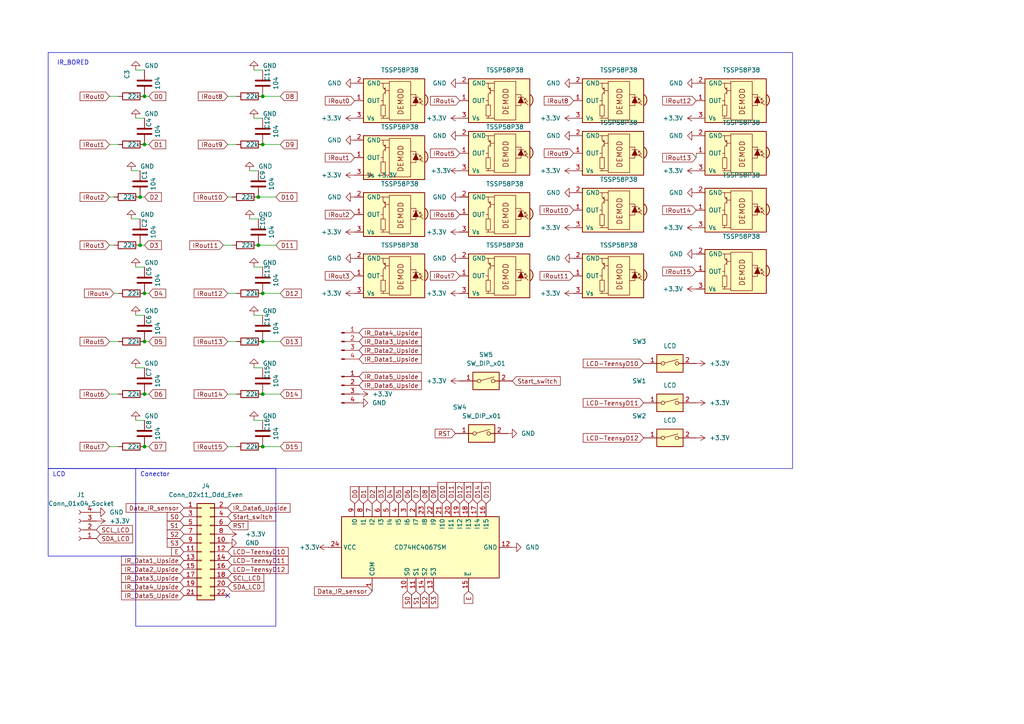
<source format=kicad_sch>
(kicad_sch (version 20230121) (generator eeschema)
  (paper "A4")
  (lib_symbols
    (symbol "74xx:CD74HC4067SM"
      (property "Reference" "U" (at -8.89 22.86 0))
      (property "Value" "CD74HC4067SM" (at 1.27 22.86 0))
      (symbol "CD74HC4067SM_0_1"
        (rectangle (start -8.89 21.59) (end 8.89 -24.13) (stroke (width 0.254)) (fill (type background)))
      )
      (symbol "CD74HC4067SM_1_1"
        (pin passive line (at -12.7 12.7 0) (length 3.81) (name "COM") (number "1"))
        (pin input line (at -12.7 2.54 0) (length 3.81) (name "S0") (number "10"))
        (pin input line (at -12.7 0 0) (length 3.81) (name "S1") (number "11"))
        (pin power_in line (at 0 -27.94 90) (length 3.81) (name "GND") (number "12"))
        (pin input line (at -12.7 -5.08 0) (length 3.81) (name "S3") (number "13"))
        (pin input line (at -12.7 -2.54 0) (length 3.81) (name "S2") (number "14"))
        (pin input line (at -12.7 -15.24 0) (length 3.81) (name "~{E}") (number "15"))
        (pin passive line (at 12.7 -20.32 180) (length 3.81) (name "I15") (number "16"))
        (pin passive line (at 12.7 -17.78 180) (length 3.81) (name "I14") (number "17"))
        (pin passive line (at 12.7 -15.24 180) (length 3.81) (name "I13") (number "18"))
        (pin passive line (at 12.7 -12.7 180) (length 3.81) (name "I12") (number "19"))
        (pin passive line (at 12.7 0 180) (length 3.81) (name "I7") (number "2"))
        (pin passive line (at 12.7 -10.16 180) (length 3.81) (name "I11") (number "20"))
        (pin passive line (at 12.7 -7.62 180) (length 3.81) (name "I10") (number "21"))
        (pin passive line (at 12.7 -5.08 180) (length 3.81) (name "I9") (number "22"))
        (pin passive line (at 12.7 -2.54 180) (length 3.81) (name "I8") (number "23"))
        (pin power_in line (at 0 25.4 270) (length 3.81) (name "VCC") (number "24"))
        (pin passive line (at 12.7 2.54 180) (length 3.81) (name "I6") (number "3"))
        (pin passive line (at 12.7 5.08 180) (length 3.81) (name "I5") (number "4"))
        (pin passive line (at 12.7 7.62 180) (length 3.81) (name "I4") (number "5"))
        (pin passive line (at 12.7 10.16 180) (length 3.81) (name "I3") (number "6"))
        (pin passive line (at 12.7 12.7 180) (length 3.81) (name "I2") (number "7"))
        (pin passive line (at 12.7 15.24 180) (length 3.81) (name "I1") (number "8"))
        (pin passive line (at 12.7 17.78 180) (length 3.81) (name "I0") (number "9"))
      )
    )
    (symbol "Connector:Conn_01x04_Pin" (pin_names (offset 1.016) hide)
      (property "Reference" "J" (at 0 5.08 0))
      (property "Value" "Conn_01x04_Pin" (at 0 -7.62 0))
      (symbol "Conn_01x04_Pin_1_1"
        (polyline (pts (xy 1.27 -5.08) (xy 0.8636 -5.08)) (stroke (width 0.1524)))
        (polyline (pts (xy 1.27 -2.54) (xy 0.8636 -2.54)) (stroke (width 0.1524)))
        (polyline (pts (xy 1.27 0) (xy 0.8636 0)) (stroke (width 0.1524)))
        (polyline (pts (xy 1.27 2.54) (xy 0.8636 2.54)) (stroke (width 0.1524)))
        (rectangle (start 0.8636 -4.953) (end 0 -5.207) (stroke (width 0.1524)) (fill (type outline)))
        (rectangle (start 0.8636 -2.413) (end 0 -2.667) (stroke (width 0.1524)) (fill (type outline)))
        (rectangle (start 0.8636 0.127) (end 0 -0.127) (stroke (width 0.1524)) (fill (type outline)))
        (rectangle (start 0.8636 2.667) (end 0 2.413) (stroke (width 0.1524)) (fill (type outline)))
        (pin passive line (at 5.08 2.54 180) (length 3.81) (name "Pin_1") (number "1"))
        (pin passive line (at 5.08 0 180) (length 3.81) (name "Pin_2") (number "2"))
        (pin passive line (at 5.08 -2.54 180) (length 3.81) (name "Pin_3") (number "3"))
        (pin passive line (at 5.08 -5.08 180) (length 3.81) (name "Pin_4") (number "4"))
      )
    )
    (symbol "Connector:Conn_01x04_Socket" (pin_names (offset 1.016) hide)
      (property "Reference" "J" (at 0 5.08 0))
      (property "Value" "Conn_01x04_Socket" (at 0 -7.62 0))
      (symbol "Conn_01x04_Socket_1_1"
        (arc (start 0 -4.572) (mid -0.5058 -5.08) (end 0 -5.588) (stroke (width 0.1524)))
        (arc (start 0 -2.032) (mid -0.5058 -2.54) (end 0 -3.048) (stroke (width 0.1524)))
        (polyline (pts (xy -1.27 -5.08) (xy -0.508 -5.08)) (stroke (width 0.1524)))
        (polyline (pts (xy -1.27 -2.54) (xy -0.508 -2.54)) (stroke (width 0.1524)))
        (polyline (pts (xy -1.27 0) (xy -0.508 0)) (stroke (width 0.1524)))
        (polyline (pts (xy -1.27 2.54) (xy -0.508 2.54)) (stroke (width 0.1524)))
        (arc (start 0 0.508) (mid -0.5058 0) (end 0 -0.508) (stroke (width 0.1524)))
        (arc (start 0 3.048) (mid -0.5058 2.54) (end 0 2.032) (stroke (width 0.1524)))
        (pin passive line (at -5.08 2.54 0) (length 3.81) (name "Pin_1") (number "1"))
        (pin passive line (at -5.08 0 0) (length 3.81) (name "Pin_2") (number "2"))
        (pin passive line (at -5.08 -2.54 0) (length 3.81) (name "Pin_3") (number "3"))
        (pin passive line (at -5.08 -5.08 0) (length 3.81) (name "Pin_4") (number "4"))
      )
    )
    (symbol "Connector_Generic:Conn_02x11_Odd_Even" (pin_names (offset 1.016) hide)
      (property "Reference" "J" (at 1.27 15.24 0))
      (property "Value" "Conn_02x11_Odd_Even" (at 1.27 -15.24 0))
      (symbol "Conn_02x11_Odd_Even_1_1"
        (rectangle (start -1.27 -12.573) (end 0 -12.827) (stroke (width 0.1524)))
        (rectangle (start -1.27 -10.033) (end 0 -10.287) (stroke (width 0.1524)))
        (rectangle (start -1.27 -7.493) (end 0 -7.747) (stroke (width 0.1524)))
        (rectangle (start -1.27 -4.953) (end 0 -5.207) (stroke (width 0.1524)))
        (rectangle (start -1.27 -2.413) (end 0 -2.667) (stroke (width 0.1524)))
        (rectangle (start -1.27 0.127) (end 0 -0.127) (stroke (width 0.1524)))
        (rectangle (start -1.27 2.667) (end 0 2.413) (stroke (width 0.1524)))
        (rectangle (start -1.27 5.207) (end 0 4.953) (stroke (width 0.1524)))
        (rectangle (start -1.27 7.747) (end 0 7.493) (stroke (width 0.1524)))
        (rectangle (start -1.27 10.287) (end 0 10.033) (stroke (width 0.1524)))
        (rectangle (start -1.27 12.827) (end 0 12.573) (stroke (width 0.1524)))
        (rectangle (start -1.27 13.97) (end 3.81 -13.97) (stroke (width 0.254)) (fill (type background)))
        (rectangle (start 3.81 -12.573) (end 2.54 -12.827) (stroke (width 0.1524)))
        (rectangle (start 3.81 -10.033) (end 2.54 -10.287) (stroke (width 0.1524)))
        (rectangle (start 3.81 -7.493) (end 2.54 -7.747) (stroke (width 0.1524)))
        (rectangle (start 3.81 -4.953) (end 2.54 -5.207) (stroke (width 0.1524)))
        (rectangle (start 3.81 -2.413) (end 2.54 -2.667) (stroke (width 0.1524)))
        (rectangle (start 3.81 0.127) (end 2.54 -0.127) (stroke (width 0.1524)))
        (rectangle (start 3.81 2.667) (end 2.54 2.413) (stroke (width 0.1524)))
        (rectangle (start 3.81 5.207) (end 2.54 4.953) (stroke (width 0.1524)))
        (rectangle (start 3.81 7.747) (end 2.54 7.493) (stroke (width 0.1524)))
        (rectangle (start 3.81 10.287) (end 2.54 10.033) (stroke (width 0.1524)))
        (rectangle (start 3.81 12.827) (end 2.54 12.573) (stroke (width 0.1524)))
        (pin passive line (at -5.08 12.7 0) (length 3.81) (name "Pin_1") (number "1"))
        (pin passive line (at 7.62 2.54 180) (length 3.81) (name "Pin_10") (number "10"))
        (pin passive line (at -5.08 0 0) (length 3.81) (name "Pin_11") (number "11"))
        (pin passive line (at 7.62 0 180) (length 3.81) (name "Pin_12") (number "12"))
        (pin passive line (at -5.08 -2.54 0) (length 3.81) (name "Pin_13") (number "13"))
        (pin passive line (at 7.62 -2.54 180) (length 3.81) (name "Pin_14") (number "14"))
        (pin passive line (at -5.08 -5.08 0) (length 3.81) (name "Pin_15") (number "15"))
        (pin passive line (at 7.62 -5.08 180) (length 3.81) (name "Pin_16") (number "16"))
        (pin passive line (at -5.08 -7.62 0) (length 3.81) (name "Pin_17") (number "17"))
        (pin passive line (at 7.62 -7.62 180) (length 3.81) (name "Pin_18") (number "18"))
        (pin passive line (at -5.08 -10.16 0) (length 3.81) (name "Pin_19") (number "19"))
        (pin passive line (at 7.62 12.7 180) (length 3.81) (name "Pin_2") (number "2"))
        (pin passive line (at 7.62 -10.16 180) (length 3.81) (name "Pin_20") (number "20"))
        (pin passive line (at -5.08 -12.7 0) (length 3.81) (name "Pin_21") (number "21"))
        (pin passive line (at 7.62 -12.7 180) (length 3.81) (name "Pin_22") (number "22"))
        (pin passive line (at -5.08 10.16 0) (length 3.81) (name "Pin_3") (number "3"))
        (pin passive line (at 7.62 10.16 180) (length 3.81) (name "Pin_4") (number "4"))
        (pin passive line (at -5.08 7.62 0) (length 3.81) (name "Pin_5") (number "5"))
        (pin passive line (at 7.62 7.62 180) (length 3.81) (name "Pin_6") (number "6"))
        (pin passive line (at -5.08 5.08 0) (length 3.81) (name "Pin_7") (number "7"))
        (pin passive line (at 7.62 5.08 180) (length 3.81) (name "Pin_8") (number "8"))
        (pin passive line (at -5.08 2.54 0) (length 3.81) (name "Pin_9") (number "9"))
      )
    )
    (symbol "Device:C" (pin_numbers hide) (pin_names (offset 0.254))
      (property "Reference" "C" (at 0.635 2.54 0))
      (property "Value" "C" (at 0.635 -2.54 0))
      (symbol "C_0_1"
        (polyline (pts (xy -2.032 -0.762) (xy 2.032 -0.762)) (stroke (width 0.508)))
        (polyline (pts (xy -2.032 0.762) (xy 2.032 0.762)) (stroke (width 0.508)))
      )
      (symbol "C_1_1"
        (pin passive line (at 0 3.81 270) (length 2.794) (name "~") (number "1"))
        (pin passive line (at 0 -3.81 90) (length 2.794) (name "~") (number "2"))
      )
    )
    (symbol "Device:R" (pin_numbers hide) (pin_names (offset 0))
      (property "Reference" "R" (at 2.032 0 90))
      (property "Value" "R" (at 0 0 90))
      (symbol "R_0_1"
        (rectangle (start -1.016 -2.54) (end 1.016 2.54) (stroke (width 0.254)))
      )
      (symbol "R_1_1"
        (pin passive line (at 0 3.81 270) (length 1.27) (name "~") (number "1"))
        (pin passive line (at 0 -3.81 90) (length 1.27) (name "~") (number "2"))
      )
    )
    (symbol "Sensor_Proximity:TSSP58P38" (pin_names (offset 1.016))
      (property "Reference" "U" (at -10.16 7.62 0))
      (property "Value" "TSSP58P38" (at -10.16 -7.62 0))
      (symbol "TSSP58P38_0_0"
        (arc (start -10.287 1.397) (mid -11.0899 -0.1852) (end -10.287 -1.778) (stroke (width 0.254)) (fill (type background)))
        (polyline (pts (xy 1.905 -5.08) (xy 0.127 -5.08)))
        (polyline (pts (xy 1.905 5.08) (xy 0.127 5.08)))
        (text "DEMOD" (at -3.175 0.254 900) (effects (font (size 1.524 1.524))))
      )
      (symbol "TSSP58P38_0_1"
        (rectangle (start -6.096 5.588) (end 0.127 -5.588))
        (polyline (pts (xy -8.763 0.381) (xy -9.652 1.27)))
        (polyline (pts (xy -8.763 0.381) (xy -9.271 0.381)))
        (polyline (pts (xy -8.763 0.381) (xy -8.763 0.889)))
        (polyline (pts (xy -8.636 -0.635) (xy -9.525 0.254)))
        (polyline (pts (xy -8.636 -0.635) (xy -9.144 -0.635)))
        (polyline (pts (xy -8.636 -0.635) (xy -8.636 -0.127)))
        (polyline (pts (xy -8.382 -1.016) (xy -6.731 -1.016)))
        (polyline (pts (xy 1.27 -2.921) (xy 0.127 -2.921)))
        (polyline (pts (xy 1.27 -1.905) (xy 1.27 -3.81)))
        (polyline (pts (xy 1.397 -3.556) (xy 1.524 -3.556)))
        (polyline (pts (xy 1.651 -3.556) (xy 1.524 -3.556)))
        (polyline (pts (xy 1.651 -3.556) (xy 1.651 -3.302)))
        (polyline (pts (xy 1.905 0) (xy 1.905 1.27)))
        (polyline (pts (xy 1.905 4.445) (xy 1.905 5.08) (xy 2.54 5.08)))
        (polyline (pts (xy -8.382 0.635) (xy -6.731 0.635) (xy -7.62 -1.016) (xy -8.382 0.635)) (fill (type outline)))
        (polyline (pts (xy -6.096 1.397) (xy -7.62 1.397) (xy -7.62 -1.778) (xy -6.096 -1.778)))
        (polyline (pts (xy 1.27 -3.175) (xy 1.905 -3.81) (xy 1.905 -5.08) (xy 2.54 -5.08)))
        (polyline (pts (xy 1.27 -2.54) (xy 1.905 -1.905) (xy 1.905 0) (xy 2.54 0)))
        (rectangle (start 2.54 1.27) (end 1.27 4.445))
        (rectangle (start 7.62 6.35) (end -10.16 -6.35) (stroke (width 0.254)) (fill (type background)))
      )
      (symbol "TSSP58P38_1_1"
        (pin output line (at 10.16 0 180) (length 2.54) (name "OUT") (number "1"))
        (pin power_in line (at 10.16 -5.08 180) (length 2.54) (name "GND") (number "2"))
        (pin power_in line (at 10.16 5.08 180) (length 2.54) (name "Vs") (number "3"))
      )
    )
    (symbol "Switch:SW_DIP_x01" (pin_names (offset 0) hide)
      (property "Reference" "SW" (at 0 3.81 0))
      (property "Value" "SW_DIP_x01" (at 0 -3.81 0))
      (symbol "SW_DIP_x01_0_0"
        (circle (center -2.032 0) (radius 0.508))
        (polyline (pts (xy -1.524 0.127) (xy 2.3622 1.1684)))
        (circle (center 2.032 0) (radius 0.508))
      )
      (symbol "SW_DIP_x01_0_1"
        (rectangle (start -3.81 2.54) (end 3.81 -2.54) (stroke (width 0.254)) (fill (type background)))
      )
      (symbol "SW_DIP_x01_1_1"
        (pin passive line (at -7.62 0 0) (length 5.08) (name "~") (number "1"))
        (pin passive line (at 7.62 0 180) (length 5.08) (name "~") (number "2"))
      )
    )
    (symbol "power:+3.3V" (power) (pin_names (offset 0))
      (property "Value" "+3.3V" (at 0 3.556 0))
      (symbol "+3.3V_0_1"
        (polyline (pts (xy -0.762 1.27) (xy 0 2.54)))
        (polyline (pts (xy 0 0) (xy 0 2.54)))
        (polyline (pts (xy 0 2.54) (xy 0.762 1.27)))
      )
      (symbol "+3.3V_1_1"
        (pin power_in line (at 0 0 90) (length 0) hide (name "+3.3V") (number "1"))
      )
    )
    (symbol "power:GND" (power) (pin_names (offset 0))
      (property "Value" "GND" (at 0 -3.81 0))
      (symbol "GND_0_1"
        (polyline (pts (xy 0 0) (xy 0 -1.27) (xy 1.27 -1.27) (xy 0 -2.54) (xy -1.27 -1.27) (xy 0 -1.27)))
      )
      (symbol "GND_1_1"
        (pin power_in line (at 0 0 270) (length 0) hide (name "GND") (number "1"))
      )
    )
  )
  (junction (at 41.91 27.94))
  (junction (at 41.91 99.06))
  (junction (at 76.2 99.06))
  (junction (at 41.91 85.09))
  (junction (at 41.91 114.3))
  (junction (at 76.2 85.09))
  (junction (at 74.93 57.15))
  (junction (at 74.93 71.12))
  (junction (at 76.2 129.54))
  (junction (at 40.64 57.15))
  (junction (at 76.2 41.91))
  (junction (at 76.2 114.3))
  (junction (at 41.91 129.54))
  (junction (at 41.91 41.91))
  (junction (at 40.64 71.12))
  (junction (at 76.2 27.94))
  (no_connect (at 66.04 172.72))
  (wire (pts (xy 66.04 129.54) (xy 68.58 129.54)))
  (wire (pts (xy 72.39 63.5) (xy 74.93 63.5)))
  (wire (pts (xy 66.04 27.94) (xy 68.58 27.94)))
  (wire (pts (xy 76.2 99.06) (xy 81.28 99.06)))
  (wire (pts (xy 66.04 57.15) (xy 67.31 57.15)))
  (wire (pts (xy 40.64 57.15) (xy 41.91 57.15)))
  (wire (pts (xy 31.75 129.54) (xy 34.29 129.54)))
  (wire (pts (xy 41.91 41.91) (xy 43.18 41.91)))
  (wire (pts (xy 76.2 85.09) (xy 81.28 85.09)))
  (wire (pts (xy 33.02 85.09) (xy 34.29 85.09)))
  (wire (pts (xy 73.66 20.32) (xy 76.2 20.32)))
  (wire (pts (xy 31.75 99.06) (xy 34.29 99.06)))
  (wire (pts (xy 41.91 114.3) (xy 43.18 114.3)))
  (wire (pts (xy 31.75 114.3) (xy 34.29 114.3)))
  (wire (pts (xy 201.93 44.45) (xy 201.93 45.72)))
  (wire (pts (xy 41.91 99.06) (xy 43.18 99.06)))
  (wire (pts (xy 72.39 49.53) (xy 74.93 49.53)))
  (wire (pts (xy 41.91 129.54) (xy 43.18 129.54)))
  (wire (pts (xy 40.64 71.12) (xy 41.91 71.12)))
  (wire (pts (xy 74.93 57.15) (xy 80.01 57.15)))
  (wire (pts (xy 73.66 77.47) (xy 76.2 77.47)))
  (wire (pts (xy 74.93 71.12) (xy 80.01 71.12)))
  (wire (pts (xy 31.75 57.15) (xy 33.02 57.15)))
  (wire (pts (xy 39.37 121.92) (xy 41.91 121.92)))
  (wire (pts (xy 66.04 41.91) (xy 68.58 41.91)))
  (wire (pts (xy 39.37 34.29) (xy 41.91 34.29)))
  (wire (pts (xy 38.1 63.5) (xy 40.64 63.5)))
  (wire (pts (xy 73.66 106.68) (xy 76.2 106.68)))
  (wire (pts (xy 41.91 27.94) (xy 43.18 27.94)))
  (wire (pts (xy 76.2 27.94) (xy 81.28 27.94)))
  (wire (pts (xy 66.04 114.3) (xy 68.58 114.3)))
  (wire (pts (xy 38.1 49.53) (xy 40.64 49.53)))
  (wire (pts (xy 39.37 91.44) (xy 41.91 91.44)))
  (wire (pts (xy 76.2 129.54) (xy 81.28 129.54)))
  (wire (pts (xy 39.37 77.47) (xy 41.91 77.47)))
  (wire (pts (xy 31.75 41.91) (xy 34.29 41.91)))
  (wire (pts (xy 41.91 85.09) (xy 43.18 85.09)))
  (wire (pts (xy 39.37 106.68) (xy 41.91 106.68)))
  (wire (pts (xy 76.2 114.3) (xy 81.28 114.3)))
  (wire (pts (xy 73.66 34.29) (xy 76.2 34.29)))
  (wire (pts (xy 64.77 71.12) (xy 67.31 71.12)))
  (wire (pts (xy 73.66 121.92) (xy 76.2 121.92)))
  (wire (pts (xy 76.2 41.91) (xy 81.28 41.91)))
  (wire (pts (xy 66.04 99.06) (xy 68.58 99.06)))
  (wire (pts (xy 31.75 27.94) (xy 34.29 27.94)))
  (wire (pts (xy 39.37 20.32) (xy 41.91 20.32)))
  (wire (pts (xy 31.75 71.12) (xy 33.02 71.12)))
  (wire (pts (xy 66.04 85.09) (xy 68.58 85.09)))
  (wire (pts (xy 73.66 91.44) (xy 76.2 91.44)))
  (rectangle (start 39.37 135.89) (end 80.01 181.61))
  (rectangle (start 13.97 135.89) (end 39.37 161.29))
  (rectangle (start 13.97 15.24) (end 229.87 135.89))
  (text "Conector\n" (at 40.64 138.43 0) (effects (font (size 1.27 1.27)) (justify left bottom)))
  (text "LCD\n" (at 15.24 138.43 0) (effects (font (size 1.27 1.27)) (justify left bottom)))
  (text "IR_BORED\n" (at 16.51 19.05 0) (effects (font (size 1.27 1.27)) (justify left bottom)))
  (global_label "IRout13" (shape input) (at 66.04 99.06 180) (property "Intersheetrefs" "${INTERSHEET_REFS}" (effects hide)))
  (global_label "IRout7" (shape input) (at 31.75 129.54 180) (property "Intersheetrefs" "${INTERSHEET_REFS}" (effects hide)))
  (global_label "S0" (shape input) (at 53.34 149.86 180) (property "Intersheetrefs" "${INTERSHEET_REFS}" (effects hide)))
  (global_label "D5" (shape input) (at 115.57 146.05 90) (property "Intersheetrefs" "${INTERSHEET_REFS}" (effects hide)))
  (global_label "E" (shape input) (at 53.34 160.02 180) (property "Intersheetrefs" "${INTERSHEET_REFS}" (effects hide)))
  (global_label "D13" (shape input) (at 135.89 146.05 90) (property "Intersheetrefs" "${INTERSHEET_REFS}" (effects hide)))
  (global_label "S2" (shape input) (at 123.19 171.45 270) (property "Intersheetrefs" "${INTERSHEET_REFS}" (effects hide)))
  (global_label "LCD-TeensyD12" (shape input) (at 66.04 165.1 0) (property "Intersheetrefs" "${INTERSHEET_REFS}" (effects hide)))
  (global_label "D8" (shape input) (at 81.28 27.94 0) (property "Intersheetrefs" "${INTERSHEET_REFS}" (effects hide)))
  (global_label "RST" (shape input) (at 66.04 152.4 0) (property "Intersheetrefs" "${INTERSHEET_REFS}" (effects hide)))
  (global_label "LCD-TeensyD10" (shape input) (at 186.69 105.41 180) (property "Intersheetrefs" "${INTERSHEET_REFS}" (effects hide)))
  (global_label "IRout14" (shape input) (at 66.04 114.3 180) (property "Intersheetrefs" "${INTERSHEET_REFS}" (effects hide)))
  (global_label "LCD-TeensyD12" (shape input) (at 186.69 127 180) (property "Intersheetrefs" "${INTERSHEET_REFS}" (effects hide)))
  (global_label "IRout9" (shape input) (at 66.04 41.91 180) (property "Intersheetrefs" "${INTERSHEET_REFS}" (effects hide)))
  (global_label "IRout6" (shape input) (at 31.75 114.3 180) (property "Intersheetrefs" "${INTERSHEET_REFS}" (effects hide)))
  (global_label "IRout2" (shape input) (at 31.75 57.15 180) (property "Intersheetrefs" "${INTERSHEET_REFS}" (effects hide)))
  (global_label "D3" (shape input) (at 41.91 71.12 0) (property "Intersheetrefs" "${INTERSHEET_REFS}" (effects hide)))
  (global_label "D9" (shape input) (at 81.28 41.91 0) (property "Intersheetrefs" "${INTERSHEET_REFS}" (effects hide)))
  (global_label "IRout13" (shape input) (at 201.93 45.72 180) (property "Intersheetrefs" "${INTERSHEET_REFS}" (effects hide)))
  (global_label "IRout12" (shape input) (at 66.04 85.09 180) (property "Intersheetrefs" "${INTERSHEET_REFS}" (effects hide)))
  (global_label "IR_Data6_Upside" (shape input) (at 66.04 147.32 0) (property "Intersheetrefs" "${INTERSHEET_REFS}" (effects hide)))
  (global_label "D14" (shape input) (at 81.28 114.3 0) (property "Intersheetrefs" "${INTERSHEET_REFS}" (effects hide)))
  (global_label "SDA_LCD" (shape input) (at 27.94 156.21 0) (property "Intersheetrefs" "${INTERSHEET_REFS}" (effects hide)))
  (global_label "D15" (shape input) (at 140.97 146.05 90) (property "Intersheetrefs" "${INTERSHEET_REFS}" (effects hide)))
  (global_label "D6" (shape input) (at 118.11 146.05 90) (property "Intersheetrefs" "${INTERSHEET_REFS}" (effects hide)))
  (global_label "D15" (shape input) (at 81.28 129.54 0) (property "Intersheetrefs" "${INTERSHEET_REFS}" (effects hide)))
  (global_label "S3" (shape input) (at 125.73 171.45 270) (property "Intersheetrefs" "${INTERSHEET_REFS}" (effects hide)))
  (global_label "S3" (shape input) (at 53.34 157.48 180) (property "Intersheetrefs" "${INTERSHEET_REFS}" (effects hide)))
  (global_label "SCL_LCD" (shape input) (at 66.04 167.64 0) (property "Intersheetrefs" "${INTERSHEET_REFS}" (effects hide)))
  (global_label "IRout14" (shape input) (at 201.93 60.96 180) (property "Intersheetrefs" "${INTERSHEET_REFS}" (effects hide)))
  (global_label "D3" (shape input) (at 110.49 146.05 90) (property "Intersheetrefs" "${INTERSHEET_REFS}" (effects hide)))
  (global_label "IRout0" (shape input) (at 102.87 29.21 180) (property "Intersheetrefs" "${INTERSHEET_REFS}" (effects hide)))
  (global_label "IRout5" (shape input) (at 133.35 44.45 180) (property "Intersheetrefs" "${INTERSHEET_REFS}" (effects hide)))
  (global_label "D14" (shape input) (at 138.43 146.05 90) (property "Intersheetrefs" "${INTERSHEET_REFS}" (effects hide)))
  (global_label "IRout7" (shape input) (at 133.35 80.01 180) (property "Intersheetrefs" "${INTERSHEET_REFS}" (effects hide)))
  (global_label "RST" (shape input) (at 132.08 125.73 180) (property "Intersheetrefs" "${INTERSHEET_REFS}" (effects hide)))
  (global_label "D2" (shape input) (at 107.95 146.05 90) (property "Intersheetrefs" "${INTERSHEET_REFS}" (effects hide)))
  (global_label "IRout0" (shape input) (at 31.75 27.94 180) (property "Intersheetrefs" "${INTERSHEET_REFS}" (effects hide)))
  (global_label "D0" (shape input) (at 43.18 27.94 0) (property "Intersheetrefs" "${INTERSHEET_REFS}" (effects hide)))
  (global_label "D7" (shape input) (at 43.18 129.54 0) (property "Intersheetrefs" "${INTERSHEET_REFS}" (effects hide)))
  (global_label "S1" (shape input) (at 120.65 171.45 270) (property "Intersheetrefs" "${INTERSHEET_REFS}" (effects hide)))
  (global_label "IRout3" (shape input) (at 102.87 80.01 180) (property "Intersheetrefs" "${INTERSHEET_REFS}" (effects hide)))
  (global_label "D9" (shape input) (at 125.73 146.05 90) (property "Intersheetrefs" "${INTERSHEET_REFS}" (effects hide)))
  (global_label "IR_Data3_Upside" (shape input) (at 53.34 167.64 180) (property "Intersheetrefs" "${INTERSHEET_REFS}" (effects hide)))
  (global_label "S1" (shape input) (at 53.34 152.4 180) (property "Intersheetrefs" "${INTERSHEET_REFS}" (effects hide)))
  (global_label "D12" (shape input) (at 133.35 146.05 90) (property "Intersheetrefs" "${INTERSHEET_REFS}" (effects hide)))
  (global_label "SDA_LCD" (shape input) (at 66.04 170.18 0) (property "Intersheetrefs" "${INTERSHEET_REFS}" (effects hide)))
  (global_label "IRout4" (shape input) (at 133.35 29.21 180) (property "Intersheetrefs" "${INTERSHEET_REFS}" (effects hide)))
  (global_label "IR_Data4_Upside" (shape input) (at 104.14 96.52 0) (property "Intersheetrefs" "${INTERSHEET_REFS}" (effects hide)))
  (global_label "IRout2" (shape input) (at 102.87 62.23 180) (property "Intersheetrefs" "${INTERSHEET_REFS}" (effects hide)))
  (global_label "D10" (shape input) (at 80.01 57.15 0) (property "Intersheetrefs" "${INTERSHEET_REFS}" (effects hide)))
  (global_label "D8" (shape input) (at 123.19 146.05 90) (property "Intersheetrefs" "${INTERSHEET_REFS}" (effects hide)))
  (global_label "Start_switch" (shape input) (at 148.59 110.49 0) (property "Intersheetrefs" "${INTERSHEET_REFS}" (effects hide)))
  (global_label "IR_Data5_Upside" (shape input) (at 104.14 109.22 0) (property "Intersheetrefs" "${INTERSHEET_REFS}" (effects hide)))
  (global_label "IR_Data2_Upside" (shape input) (at 104.14 101.6 0) (property "Intersheetrefs" "${INTERSHEET_REFS}" (effects hide)))
  (global_label "D0" (shape input) (at 102.87 146.05 90) (property "Intersheetrefs" "${INTERSHEET_REFS}" (effects hide)))
  (global_label "S2" (shape input) (at 53.34 154.94 180) (property "Intersheetrefs" "${INTERSHEET_REFS}" (effects hide)))
  (global_label "IRout5" (shape input) (at 31.75 99.06 180) (property "Intersheetrefs" "${INTERSHEET_REFS}" (effects hide)))
  (global_label "IR_Data4_Upside" (shape input) (at 53.34 170.18 180) (property "Intersheetrefs" "${INTERSHEET_REFS}" (effects hide)))
  (global_label "E" (shape input) (at 135.89 171.45 270) (property "Intersheetrefs" "${INTERSHEET_REFS}" (effects hide)))
  (global_label "IRout8" (shape input) (at 166.37 29.21 180) (property "Intersheetrefs" "${INTERSHEET_REFS}" (effects hide)))
  (global_label "D6" (shape input) (at 43.18 114.3 0) (property "Intersheetrefs" "${INTERSHEET_REFS}" (effects hide)))
  (global_label "IRout8" (shape input) (at 66.04 27.94 180) (property "Intersheetrefs" "${INTERSHEET_REFS}" (effects hide)))
  (global_label "LCD-TeensyD10" (shape input) (at 66.04 160.02 0) (property "Intersheetrefs" "${INTERSHEET_REFS}" (effects hide)))
  (global_label "D13" (shape input) (at 81.28 99.06 0) (property "Intersheetrefs" "${INTERSHEET_REFS}" (effects hide)))
  (global_label "D1" (shape input) (at 105.41 146.05 90) (property "Intersheetrefs" "${INTERSHEET_REFS}" (effects hide)))
  (global_label "IRout11" (shape input) (at 64.77 71.12 180) (property "Intersheetrefs" "${INTERSHEET_REFS}" (effects hide)))
  (global_label "D10" (shape input) (at 128.27 146.05 90) (property "Intersheetrefs" "${INTERSHEET_REFS}" (effects hide)))
  (global_label "LCD-TeensyD11" (shape input) (at 66.04 162.56 0) (property "Intersheetrefs" "${INTERSHEET_REFS}" (effects hide)))
  (global_label "SCL_LCD" (shape input) (at 27.94 153.67 0) (property "Intersheetrefs" "${INTERSHEET_REFS}" (effects hide)))
  (global_label "IR_Data1_Upside" (shape input) (at 104.14 104.14 0) (property "Intersheetrefs" "${INTERSHEET_REFS}" (effects hide)))
  (global_label "Data_IR_sensor" (shape input) (at 53.34 147.32 180) (property "Intersheetrefs" "${INTERSHEET_REFS}" (effects hide)))
  (global_label "D4" (shape input) (at 113.03 146.05 90) (property "Intersheetrefs" "${INTERSHEET_REFS}" (effects hide)))
  (global_label "D5" (shape input) (at 43.18 99.06 0) (property "Intersheetrefs" "${INTERSHEET_REFS}" (effects hide)))
  (global_label "IRout9" (shape input) (at 166.37 44.45 180) (property "Intersheetrefs" "${INTERSHEET_REFS}" (effects hide)))
  (global_label "IRout4" (shape input) (at 33.02 85.09 180) (property "Intersheetrefs" "${INTERSHEET_REFS}" (effects hide)))
  (global_label "Data_IR_sensor" (shape input) (at 107.95 171.45 180) (property "Intersheetrefs" "${INTERSHEET_REFS}" (effects hide)))
  (global_label "IRout15" (shape input) (at 66.04 129.54 180) (property "Intersheetrefs" "${INTERSHEET_REFS}" (effects hide)))
  (global_label "D2" (shape input) (at 41.91 57.15 0) (property "Intersheetrefs" "${INTERSHEET_REFS}" (effects hide)))
  (global_label "IR_Data6_Upside" (shape input) (at 104.14 111.76 0) (property "Intersheetrefs" "${INTERSHEET_REFS}" (effects hide)))
  (global_label "IR_Data2_Upside" (shape input) (at 53.34 165.1 180) (property "Intersheetrefs" "${INTERSHEET_REFS}" (effects hide)))
  (global_label "IRout1" (shape input) (at 102.87 45.72 180) (property "Intersheetrefs" "${INTERSHEET_REFS}" (effects hide)))
  (global_label "D11" (shape input) (at 80.01 71.12 0) (property "Intersheetrefs" "${INTERSHEET_REFS}" (effects hide)))
  (global_label "D12" (shape input) (at 81.28 85.09 0) (property "Intersheetrefs" "${INTERSHEET_REFS}" (effects hide)))
  (global_label "D1" (shape input) (at 43.18 41.91 0) (property "Intersheetrefs" "${INTERSHEET_REFS}" (effects hide)))
  (global_label "D7" (shape input) (at 120.65 146.05 90) (property "Intersheetrefs" "${INTERSHEET_REFS}" (effects hide)))
  (global_label "LCD-TeensyD11" (shape input) (at 186.69 116.84 180) (property "Intersheetrefs" "${INTERSHEET_REFS}" (effects hide)))
  (global_label "IRout15" (shape input) (at 201.93 78.74 180) (property "Intersheetrefs" "${INTERSHEET_REFS}" (effects hide)))
  (global_label "IR_Data5_Upside" (shape input) (at 53.34 172.72 180) (property "Intersheetrefs" "${INTERSHEET_REFS}" (effects hide)))
  (global_label "D11" (shape input) (at 130.81 146.05 90) (property "Intersheetrefs" "${INTERSHEET_REFS}" (effects hide)))
  (global_label "IR_Data1_Upside" (shape input) (at 53.34 162.56 180) (property "Intersheetrefs" "${INTERSHEET_REFS}" (effects hide)))
  (global_label "IR_Data3_Upside" (shape input) (at 104.14 99.06 0) (property "Intersheetrefs" "${INTERSHEET_REFS}" (effects hide)))
  (global_label "IRout3" (shape input) (at 31.75 71.12 180) (property "Intersheetrefs" "${INTERSHEET_REFS}" (effects hide)))
  (global_label "IRout1" (shape input) (at 31.75 41.91 180) (property "Intersheetrefs" "${INTERSHEET_REFS}" (effects hide)))
  (global_label "IRout6" (shape input) (at 133.35 62.23 180) (property "Intersheetrefs" "${INTERSHEET_REFS}" (effects hide)))
  (global_label "IRout10" (shape input) (at 66.04 57.15 180) (property "Intersheetrefs" "${INTERSHEET_REFS}" (effects hide)))
  (global_label "IRout12" (shape input) (at 201.93 29.21 180) (property "Intersheetrefs" "${INTERSHEET_REFS}" (effects hide)))
  (global_label "IRout11" (shape input) (at 166.37 80.01 180) (property "Intersheetrefs" "${INTERSHEET_REFS}" (effects hide)))
  (global_label "D4" (shape input) (at 43.18 85.09 0) (property "Intersheetrefs" "${INTERSHEET_REFS}" (effects hide)))
  (global_label "S0" (shape input) (at 118.11 171.45 270) (property "Intersheetrefs" "${INTERSHEET_REFS}" (effects hide)))
  (global_label "IRout10" (shape input) (at 166.37 60.96 180) (property "Intersheetrefs" "${INTERSHEET_REFS}" (effects hide)))
  (global_label "Start_switch" (shape input) (at 66.04 149.86 0) (property "Intersheetrefs" "${INTERSHEET_REFS}" (effects hide)))
  (symbol (lib_id "power:GND") (at 201.93 39.37 270) (unit 1)
    (property "Reference" "#PWR044" (effects hide))
    (property "Value" "GND" (at 198.12 39.37 90) (effects (justify right)))
  )
  (symbol (lib_id "74xx:CD74HC4067SM") (at 120.65 158.75 90) (unit 1)
    (property "Reference" "U16" (effects hide))
    (property "Value" "CD74HC4067SM" (at 121.92 158.75 90))
    (property "Footprint" "Package_SO:SSOP-24_5.3x8.2mm_P0.65mm" (effects hide))
    (property "Datasheet" "http://www.ti.com/lit/ds/symlink/cd74hc4067.pdf" (effects hide))
  )
  (symbol (lib_id "Device:C") (at 40.64 67.31 180) (unit 1)
    (property "Reference" "C2" (at 41.91 64.77 90))
    (property "Value" "104" (at 44.45 67.31 90))
    (property "Footprint" "Capacitor_SMD:C_0402_1005Metric" (effects hide))
  )
  (symbol (lib_id "power:+3.3V") (at 201.93 83.82 90) (unit 1)
    (property "Reference" "#PWR047" (effects hide))
    (property "Value" "+3.3V" (at 198.12 83.82 90) (effects (justify left)))
  )
  (symbol (lib_id "Sensor_Proximity:TSSP58P38") (at 113.03 80.01 180) (unit 1)
    (property "Reference" "U3" (effects hide))
    (property "Value" "TSSP58P38" (at 110.49 71.12 0) (effects (justify right)))
    (property "Footprint" "OptoDevice:Vishay_MINICAST-3Pin" (effects hide))
    (property "Datasheet" "http://www.vishay.com/docs/82462/tsop581.pdf" (effects hide))
  )
  (symbol (lib_id "Sensor_Proximity:TSSP58P38") (at 176.53 80.01 180) (unit 1)
    (property "Reference" "U11" (effects hide))
    (property "Value" "TSSP58P38" (at 173.99 71.12 0) (effects (justify right)))
    (property "Footprint" "OptoDevice:Vishay_MINICAST-3Pin" (effects hide))
    (property "Datasheet" "http://www.vishay.com/docs/82462/tsop581.pdf" (effects hide))
  )
  (symbol (lib_id "Switch:SW_DIP_x01") (at 140.97 110.49 0) (unit 1)
    (property "Reference" "SW5" (at 140.97 102.87 0))
    (property "Value" "SW_DIP_x01" (at 140.97 105.41 0))
    (property "Footprint" "Connector_PinHeader_2.54mm:PinHeader_1x02_P2.54mm_Vertical" (effects hide))
  )
  (symbol (lib_id "Sensor_Proximity:TSSP58P38") (at 176.53 29.21 180) (unit 1)
    (property "Reference" "U8" (effects hide))
    (property "Value" "TSSP58P38" (at 173.99 20.32 0) (effects (justify right)))
    (property "Footprint" "OptoDevice:Vishay_MINICAST-3Pin" (effects hide))
    (property "Datasheet" "http://www.vishay.com/docs/82462/tsop581.pdf" (effects hide))
  )
  (symbol (lib_id "Device:C") (at 76.2 24.13 180) (unit 1)
    (property "Reference" "C11" (at 77.47 21.59 90))
    (property "Value" "104" (at 80.01 24.13 90))
    (property "Footprint" "Capacitor_SMD:C_0402_1005Metric" (effects hide))
  )
  (symbol (lib_id "Device:C") (at 41.91 81.28 180) (unit 1)
    (property "Reference" "C5" (at 43.18 78.74 90))
    (property "Value" "104" (at 45.72 81.28 90))
    (property "Footprint" "Capacitor_SMD:C_0402_1005Metric" (effects hide))
  )
  (symbol (lib_id "power:GND") (at 102.87 57.15 270) (unit 1)
    (property "Reference" "#PWR022" (effects hide))
    (property "Value" "GND" (at 99.06 57.15 90) (effects (justify right)))
  )
  (symbol (lib_id "Device:R") (at 72.39 41.91 270) (unit 1)
    (property "Reference" "R12" (effects hide))
    (property "Value" "22k" (at 74.93 41.91 90) (effects (justify right)))
    (property "Footprint" "Resistor_SMD:R_0805_2012Metric" (effects hide))
  )
  (symbol (lib_id "Switch:SW_DIP_x01") (at 194.31 116.84 0) (unit 1)
    (property "Reference" "SW1" (at 185.42 110.49 0))
    (property "Value" "LCD" (at 194.31 111.76 0))
    (property "Footprint" "Button_Switch_THT:SW_PUSH_6mm_H5mm" (effects hide))
  )
  (symbol (lib_id "Device:R") (at 72.39 99.06 270) (unit 1)
    (property "Reference" "R14" (effects hide))
    (property "Value" "22k" (at 74.93 99.06 90) (effects (justify right)))
    (property "Footprint" "Resistor_SMD:R_0805_2012Metric" (effects hide))
  )
  (symbol (lib_id "power:+3.3V") (at 133.35 49.53 90) (unit 1)
    (property "Reference" "#PWR027" (effects hide))
    (property "Value" "+3.3V" (at 130.81 49.53 90) (effects (justify left)))
  )
  (symbol (lib_id "Device:C") (at 41.91 95.25 180) (unit 1)
    (property "Reference" "C6" (at 43.18 92.71 90))
    (property "Value" "104" (at 45.72 95.25 90))
    (property "Footprint" "Capacitor_SMD:C_0402_1005Metric" (effects hide))
  )
  (symbol (lib_id "power:GND") (at 147.32 125.73 90) (unit 1)
    (property "Reference" "#PWR057" (effects hide))
    (property "Value" "GND" (at 151.13 125.73 90) (effects (justify right)))
  )
  (symbol (lib_id "power:+3.3V") (at 133.35 34.29 90) (unit 1)
    (property "Reference" "#PWR025" (effects hide))
    (property "Value" "+3.3V" (at 129.54 34.29 90) (effects (justify left)))
  )
  (symbol (lib_id "power:GND") (at 148.59 158.75 90) (unit 1)
    (property "Reference" "#PWR060" (effects hide))
    (property "Value" "GND" (at 152.4 158.75 90) (effects (justify right)))
  )
  (symbol (lib_id "power:+3.3V") (at 102.87 34.29 90) (unit 1)
    (property "Reference" "#PWR017" (effects hide))
    (property "Value" "+3.3V" (at 99.06 34.29 90) (effects (justify left)))
  )
  (symbol (lib_id "Device:R") (at 71.12 57.15 270) (unit 1)
    (property "Reference" "R9" (effects hide))
    (property "Value" "22k" (at 73.66 57.15 90) (effects (justify right)))
    (property "Footprint" "Resistor_SMD:R_0805_2012Metric" (effects hide))
  )
  (symbol (lib_id "power:+3.3V") (at 166.37 66.04 90) (unit 1)
    (property "Reference" "#PWR037" (effects hide))
    (property "Value" "+3.3V" (at 162.56 66.04 90) (effects (justify left)))
  )
  (symbol (lib_id "power:+3.3V") (at 133.35 85.09 90) (unit 1)
    (property "Reference" "#PWR031" (effects hide))
    (property "Value" "+3.3V" (at 129.54 85.09 90) (effects (justify left)))
  )
  (symbol (lib_id "Sensor_Proximity:TSSP58P38") (at 176.53 60.96 180) (unit 1)
    (property "Reference" "U10" (effects hide))
    (property "Value" "TSSP58P38" (at 173.99 52.07 0) (effects (justify right)))
    (property "Footprint" "OptoDevice:Vishay_MINICAST-3Pin" (effects hide))
    (property "Datasheet" "http://www.vishay.com/docs/82462/tsop581.pdf" (effects hide))
  )
  (symbol (lib_id "Device:R") (at 38.1 85.09 270) (unit 1)
    (property "Reference" "R5" (effects hide))
    (property "Value" "22k" (at 40.64 85.09 90) (effects (justify right)))
    (property "Footprint" "Resistor_SMD:R_0805_2012Metric" (effects hide))
  )
  (symbol (lib_id "power:GND") (at 66.04 157.48 90) (unit 1)
    (property "Reference" "#PWR056" (effects hide))
    (property "Value" "GND" (at 71.12 157.48 90) (effects (justify right)))
  )
  (symbol (lib_id "Sensor_Proximity:TSSP58P38") (at 212.09 60.96 180) (unit 1)
    (property "Reference" "U14" (effects hide))
    (property "Value" "TSSP58P38" (at 209.55 50.8 0) (effects (justify right)))
    (property "Footprint" "OptoDevice:Vishay_MINICAST-3Pin" (effects hide))
    (property "Datasheet" "http://www.vishay.com/docs/82462/tsop581.pdf" (effects hide))
  )
  (symbol (lib_id "power:GND") (at 201.93 24.13 270) (unit 1)
    (property "Reference" "#PWR042" (effects hide))
    (property "Value" "GND" (at 198.12 24.13 90) (effects (justify right)))
  )
  (symbol (lib_id "power:GND") (at 38.1 63.5 180) (unit 1)
    (property "Reference" "#PWR02" (effects hide))
    (property "Value" "GND" (at 40.64 62.23 0) (effects (justify right)))
  )
  (symbol (lib_id "power:+3.3V") (at 133.35 110.49 90) (unit 1)
    (property "Reference" "#PWR058" (effects hide))
    (property "Value" "+3.3V" (at 129.54 110.49 90) (effects (justify left)))
  )
  (symbol (lib_id "Device:R") (at 38.1 99.06 270) (unit 1)
    (property "Reference" "R6" (effects hide))
    (property "Value" "22k" (at 40.64 99.06 90) (effects (justify right)))
    (property "Footprint" "Resistor_SMD:R_0805_2012Metric" (effects hide))
  )
  (symbol (lib_id "power:GND") (at 72.39 63.5 180) (unit 1)
    (property "Reference" "#PWR010" (effects hide))
    (property "Value" "GND" (at 74.93 62.23 0) (effects (justify right)))
  )
  (symbol (lib_id "Sensor_Proximity:TSSP58P38") (at 113.03 29.21 180) (unit 1)
    (property "Reference" "U17" (effects hide))
    (property "Value" "TSSP58P38" (at 110.49 20.32 0) (effects (justify right)))
    (property "Footprint" "OptoDevice:Vishay_MINICAST-3Pin" (effects hide))
    (property "Datasheet" "http://www.vishay.com/docs/82462/tsop581.pdf" (effects hide))
  )
  (symbol (lib_id "power:+3.3V") (at 27.94 151.13 270) (unit 1)
    (property "Reference" "#PWR054" (effects hide))
    (property "Value" "+3.3V" (at 31.75 151.13 90) (effects (justify left)))
  )
  (symbol (lib_id "power:GND") (at 39.37 34.29 180) (unit 1)
    (property "Reference" "#PWR04" (effects hide))
    (property "Value" "GND" (at 41.91 33.02 0) (effects (justify right)))
  )
  (symbol (lib_id "power:+3.3V") (at 201.93 34.29 90) (unit 1)
    (property "Reference" "#PWR041" (effects hide))
    (property "Value" "+3.3V" (at 198.12 34.29 90) (effects (justify left)))
  )
  (symbol (lib_id "power:GND") (at 73.66 34.29 180) (unit 1)
    (property "Reference" "#PWR012" (effects hide))
    (property "Value" "GND" (at 76.2 33.02 0) (effects (justify right)))
  )
  (symbol (lib_id "power:+3.3V") (at 102.87 50.8 90) (unit 1)
    (property "Reference" "#PWR021" (effects hide))
    (property "Value" "+3.3V" (at 99.06 50.8 90) (effects (justify left)))
  )
  (symbol (lib_id "power:GND") (at 102.87 24.13 270) (unit 1)
    (property "Reference" "#PWR018" (effects hide))
    (property "Value" "GND" (at 99.06 24.13 90) (effects (justify right)))
  )
  (symbol (lib_id "power:+3.3V") (at 201.93 127 270) (unit 1)
    (property "Reference" "#PWR052" (effects hide))
    (property "Value" "+3.3V" (at 205.74 127 90) (effects (justify left)))
  )
  (symbol (lib_id "Switch:SW_DIP_x01") (at 194.31 127 0) (unit 1)
    (property "Reference" "SW2" (at 185.42 120.65 0))
    (property "Value" "LCD" (at 194.31 121.92 0))
    (property "Footprint" "Button_Switch_THT:SW_PUSH_6mm_H5mm" (effects hide))
  )
  (symbol (lib_id "Device:C") (at 74.93 67.31 180) (unit 1)
    (property "Reference" "C10" (at 76.2 64.77 90))
    (property "Value" "104" (at 78.74 67.31 90))
    (property "Footprint" "Capacitor_SMD:C_0402_1005Metric" (effects hide))
  )
  (symbol (lib_id "power:GND") (at 201.93 73.66 270) (unit 1)
    (property "Reference" "#PWR048" (effects hide))
    (property "Value" "GND" (at 198.12 73.66 90) (effects (justify right)))
  )
  (symbol (lib_id "power:+3.3V") (at 102.87 67.31 90) (unit 1)
    (property "Reference" "#PWR023" (effects hide))
    (property "Value" "+3.3V" (at 99.06 67.31 90) (effects (justify left)))
  )
  (symbol (lib_id "Sensor_Proximity:TSSP58P38") (at 212.09 78.74 180) (unit 1)
    (property "Reference" "U15" (effects hide))
    (property "Value" "TSSP58P38" (at 209.55 68.58 0) (effects (justify right)))
    (property "Footprint" "OptoDevice:Vishay_MINICAST-3Pin" (effects hide))
    (property "Datasheet" "http://www.vishay.com/docs/82462/tsop581.pdf" (effects hide))
  )
  (symbol (lib_id "power:+3.3V") (at 201.93 66.04 90) (unit 1)
    (property "Reference" "#PWR045" (effects hide))
    (property "Value" "+3.3V" (at 198.12 66.04 90) (effects (justify left)))
  )
  (symbol (lib_id "Sensor_Proximity:TSSP58P38") (at 176.53 44.45 180) (unit 1)
    (property "Reference" "U9" (effects hide))
    (property "Value" "TSSP58P38" (at 173.99 35.56 0) (effects (justify right)))
    (property "Footprint" "OptoDevice:Vishay_MINICAST-3Pin" (effects hide))
    (property "Datasheet" "http://www.vishay.com/docs/82462/tsop581.pdf" (effects hide))
  )
  (symbol (lib_id "power:+3.3V") (at 104.14 114.3 270) (unit 1)
    (property "Reference" "#PWR061" (effects hide))
    (property "Value" "+3.3V" (at 107.95 114.3 90) (effects (justify left)))
  )
  (symbol (lib_id "Connector:Conn_01x04_Pin") (at 99.06 111.76 0) (unit 1)
    (property "Reference" "J3" (effects hide))
    (property "Value" "Conn_01x04_Pin" (effects hide))
    (property "Footprint" "Connector_JST:JST_XH_B4B-XH-A_1x04_P2.50mm_Vertical" (effects hide))
  )
  (symbol (lib_id "Device:R") (at 38.1 41.91 270) (unit 1)
    (property "Reference" "R4" (effects hide))
    (property "Value" "22k" (at 40.64 41.91 90) (effects (justify right)))
    (property "Footprint" "Resistor_SMD:R_0805_2012Metric" (effects hide))
  )
  (symbol (lib_id "Sensor_Proximity:TSSP58P38") (at 113.03 62.23 180) (unit 1)
    (property "Reference" "U2" (effects hide))
    (property "Value" "TSSP58P38" (at 110.49 53.34 0) (effects (justify right)))
    (property "Footprint" "OptoDevice:Vishay_MINICAST-3Pin" (effects hide))
    (property "Datasheet" "http://www.vishay.com/docs/82462/tsop581.pdf" (effects hide))
  )
  (symbol (lib_id "power:+3.3V") (at 201.93 105.41 270) (unit 1)
    (property "Reference" "#PWR050" (effects hide))
    (property "Value" "+3.3V" (at 205.74 105.41 90) (effects (justify left)))
  )
  (symbol (lib_id "Device:R") (at 38.1 129.54 270) (unit 1)
    (property "Reference" "R8" (effects hide))
    (property "Value" "22k" (at 40.64 129.54 90) (effects (justify right)))
    (property "Footprint" "Resistor_SMD:R_0805_2012Metric" (effects hide))
  )
  (symbol (lib_id "Device:C") (at 41.91 125.73 180) (unit 1)
    (property "Reference" "C8" (at 43.18 123.19 90))
    (property "Value" "104" (at 45.72 125.73 90))
    (property "Footprint" "Capacitor_SMD:C_0402_1005Metric" (effects hide))
  )
  (symbol (lib_id "Connector:Conn_01x04_Socket") (at 22.86 153.67 180) (unit 1)
    (property "Reference" "J1" (at 23.495 143.51 0))
    (property "Value" "Conn_01x04_Socket" (at 23.495 146.05 0))
    (property "Footprint" "Connector_PinHeader_2.54mm:PinHeader_1x04_P2.54mm_Vertical" (effects hide))
  )
  (symbol (lib_id "Device:C") (at 41.91 24.13 180) (unit 1)
    (property "Reference" "C3" (at 36.83 21.59 90))
    (property "Value" "104" (at 45.72 24.13 90))
    (property "Footprint" "Capacitor_SMD:C_0402_1005Metric" (effects hide))
  )
  (symbol (lib_id "power:GND") (at 39.37 77.47 180) (unit 1)
    (property "Reference" "#PWR05" (effects hide))
    (property "Value" "GND" (at 41.91 76.2 0) (effects (justify right)))
  )
  (symbol (lib_id "Device:C") (at 76.2 125.73 180) (unit 1)
    (property "Reference" "C16" (at 77.47 123.19 90))
    (property "Value" "104" (at 80.01 125.73 90))
    (property "Footprint" "Capacitor_SMD:C_0402_1005Metric" (effects hide))
  )
  (symbol (lib_id "Sensor_Proximity:TSSP58P38") (at 113.03 45.72 180) (unit 1)
    (property "Reference" "U1" (effects hide))
    (property "Value" "TSSP58P38" (at 110.49 36.83 0) (effects (justify right)))
    (property "Footprint" "OptoDevice:Vishay_MINICAST-3Pin" (effects hide))
    (property "Datasheet" "http://www.vishay.com/docs/82462/tsop581.pdf" (effects hide))
  )
  (symbol (lib_id "Device:R") (at 72.39 114.3 270) (unit 1)
    (property "Reference" "R15" (effects hide))
    (property "Value" "22k" (at 74.93 114.3 90) (effects (justify right)))
    (property "Footprint" "Resistor_SMD:R_0805_2012Metric" (effects hide))
  )
  (symbol (lib_id "Sensor_Proximity:TSSP58P38") (at 212.09 44.45 180) (unit 1)
    (property "Reference" "U13" (effects hide))
    (property "Value" "TSSP58P38" (at 209.55 35.56 0) (effects (justify right)))
    (property "Footprint" "OptoDevice:Vishay_MINICAST-3Pin" (effects hide))
    (property "Datasheet" "http://www.vishay.com/docs/82462/tsop581.pdf" (effects hide))
  )
  (symbol (lib_id "power:+3.3V") (at 201.93 116.84 270) (unit 1)
    (property "Reference" "#PWR051" (effects hide))
    (property "Value" "+3.3V" (at 205.74 116.84 90) (effects (justify left)))
  )
  (symbol (lib_id "power:GND") (at 102.87 74.93 270) (unit 1)
    (property "Reference" "#PWR049" (effects hide))
    (property "Value" "GND" (at 99.06 74.93 90) (effects (justify right)))
  )
  (symbol (lib_id "Switch:SW_DIP_x01") (at 139.7 125.73 0) (unit 1)
    (property "Reference" "SW4" (at 133.35 118.11 0))
    (property "Value" "SW_DIP_x01" (at 139.7 120.65 0))
    (property "Footprint" "Button_Switch_THT:SW_PUSH_6mm_H5mm" (effects hide))
  )
  (symbol (lib_id "power:GND") (at 166.37 39.37 270) (unit 1)
    (property "Reference" "#PWR036" (effects hide))
    (property "Value" "GND" (at 162.56 39.37 90) (effects (justify right)))
  )
  (symbol (lib_id "power:GND") (at 73.66 91.44 180) (unit 1)
    (property "Reference" "#PWR014" (effects hide))
    (property "Value" "GND" (at 76.2 90.17 0) (effects (justify right)))
  )
  (symbol (lib_id "power:+3.3V") (at 166.37 85.09 90) (unit 1)
    (property "Reference" "#PWR039" (effects hide))
    (property "Value" "+3.3V" (at 162.56 85.09 90) (effects (justify left)))
  )
  (symbol (lib_id "power:GND") (at 133.35 24.13 270) (unit 1)
    (property "Reference" "#PWR026" (effects hide))
    (property "Value" "GND" (at 129.54 24.13 90) (effects (justify right)))
  )
  (symbol (lib_id "power:GND") (at 133.35 57.15 270) (unit 1)
    (property "Reference" "#PWR030" (effects hide))
    (property "Value" "GND" (at 129.54 57.15 90) (effects (justify right)))
  )
  (symbol (lib_id "Sensor_Proximity:TSSP58P38") (at 143.51 62.23 180) (unit 1)
    (property "Reference" "U6" (effects hide))
    (property "Value" "TSSP58P38" (at 140.97 53.34 0) (effects (justify right)))
    (property "Footprint" "OptoDevice:Vishay_MINICAST-3Pin" (effects hide))
    (property "Datasheet" "http://www.vishay.com/docs/82462/tsop581.pdf" (effects hide))
  )
  (symbol (lib_id "power:GND") (at 73.66 77.47 180) (unit 1)
    (property "Reference" "#PWR013" (effects hide))
    (property "Value" "GND" (at 76.2 76.2 0) (effects (justify right)))
  )
  (symbol (lib_id "Connector:Conn_01x04_Pin") (at 99.06 99.06 0) (unit 1)
    (property "Reference" "J2" (effects hide))
    (property "Value" "Conn_01x04_Pin" (effects hide))
    (property "Footprint" "Connector_JST:JST_XH_B4B-XH-A_1x04_P2.50mm_Vertical" (effects hide))
  )
  (symbol (lib_id "Sensor_Proximity:TSSP58P38") (at 143.51 44.45 180) (unit 1)
    (property "Reference" "U5" (effects hide))
    (property "Value" "TSSP58P38" (at 140.97 36.83 0) (effects (justify right)))
    (property "Footprint" "OptoDevice:Vishay_MINICAST-3Pin" (effects hide))
    (property "Datasheet" "http://www.vishay.com/docs/82462/tsop581.pdf" (effects hide))
  )
  (symbol (lib_id "power:GND") (at 133.35 74.93 270) (unit 1)
    (property "Reference" "#PWR032" (effects hide))
    (property "Value" "GND" (at 129.54 74.93 90) (effects (justify right)))
  )
  (symbol (lib_id "Device:C") (at 74.93 53.34 180) (unit 1)
    (property "Reference" "C9" (at 76.2 50.8 90))
    (property "Value" "104" (at 78.74 53.34 90))
    (property "Footprint" "Capacitor_SMD:C_0402_1005Metric" (effects hide))
  )
  (symbol (lib_id "power:GND") (at 102.87 40.64 270) (unit 1)
    (property "Reference" "#PWR020" (effects hide))
    (property "Value" "GND" (at 99.06 40.64 90) (effects (justify right)))
  )
  (symbol (lib_id "power:GND") (at 39.37 121.92 180) (unit 1)
    (property "Reference" "#PWR08" (effects hide))
    (property "Value" "GND" (at 41.91 120.65 0) (effects (justify right)))
  )
  (symbol (lib_id "power:+3.3V") (at 166.37 34.29 90) (unit 1)
    (property "Reference" "#PWR033" (effects hide))
    (property "Value" "+3.3V" (at 162.56 34.29 90) (effects (justify left)))
  )
  (symbol (lib_id "Device:R") (at 71.12 71.12 270) (unit 1)
    (property "Reference" "R10" (effects hide))
    (property "Value" "22k" (at 73.66 71.12 90) (effects (justify right)))
    (property "Footprint" "Resistor_SMD:R_0805_2012Metric" (effects hide))
  )
  (symbol (lib_id "power:GND") (at 166.37 55.88 270) (unit 1)
    (property "Reference" "#PWR038" (effects hide))
    (property "Value" "GND" (at 162.56 55.88 90) (effects (justify right)))
  )
  (symbol (lib_id "Device:R") (at 72.39 129.54 270) (unit 1)
    (property "Reference" "R16" (effects hide))
    (property "Value" "22k" (at 74.93 129.54 90) (effects (justify right)))
    (property "Footprint" "Resistor_SMD:R_0805_2012Metric" (effects hide))
  )
  (symbol (lib_id "power:+3.3V") (at 66.04 154.94 270) (unit 1)
    (property "Reference" "#PWR055" (effects hide))
    (property "Value" "+3.3V" (at 71.12 154.94 90) (effects (justify left)))
  )
  (symbol (lib_id "power:+3.3V") (at 201.93 49.53 90) (unit 1)
    (property "Reference" "#PWR043" (effects hide))
    (property "Value" "+3.3V" (at 198.12 49.53 90) (effects (justify left)))
  )
  (symbol (lib_id "Device:C") (at 41.91 38.1 180) (unit 1)
    (property "Reference" "C4" (at 43.18 35.56 90))
    (property "Value" "104" (at 45.72 38.1 90))
    (property "Footprint" "Capacitor_SMD:C_0402_1005Metric" (effects hide))
  )
  (symbol (lib_id "Device:R") (at 72.39 85.09 270) (unit 1)
    (property "Reference" "R13" (effects hide))
    (property "Value" "22k" (at 74.93 85.09 90) (effects (justify right)))
    (property "Footprint" "Resistor_SMD:R_0805_2012Metric" (effects hide))
  )
  (symbol (lib_id "power:GND") (at 73.66 121.92 180) (unit 1)
    (property "Reference" "#PWR016" (effects hide))
    (property "Value" "GND" (at 76.2 120.65 0) (effects (justify right)))
  )
  (symbol (lib_id "Sensor_Proximity:TSSP58P38") (at 143.51 29.21 180) (unit 1)
    (property "Reference" "U4" (effects hide))
    (property "Value" "TSSP58P38" (at 140.97 20.32 0) (effects (justify right)))
    (property "Footprint" "OptoDevice:Vishay_MINICAST-3Pin" (effects hide))
    (property "Datasheet" "http://www.vishay.com/docs/82462/tsop581.pdf" (effects hide))
  )
  (symbol (lib_id "Device:C") (at 41.91 110.49 180) (unit 1)
    (property "Reference" "C7" (at 43.18 107.95 90))
    (property "Value" "104" (at 45.72 110.49 90))
    (property "Footprint" "Capacitor_SMD:C_0402_1005Metric" (effects hide))
  )
  (symbol (lib_id "Device:C") (at 40.64 53.34 180) (unit 1)
    (property "Reference" "C1" (at 41.91 50.8 90))
    (property "Value" "104" (at 44.45 53.34 90))
    (property "Footprint" "Capacitor_SMD:C_0402_1005Metric" (effects hide))
  )
  (symbol (lib_id "Sensor_Proximity:TSSP58P38") (at 143.51 80.01 180) (unit 1)
    (property "Reference" "U7" (effects hide))
    (property "Value" "TSSP58P38" (at 140.97 71.12 0) (effects (justify right)))
    (property "Footprint" "OptoDevice:Vishay_MINICAST-3Pin" (effects hide))
    (property "Datasheet" "http://www.vishay.com/docs/82462/tsop581.pdf" (effects hide))
  )
  (symbol (lib_id "power:GND") (at 39.37 20.32 180) (unit 1)
    (property "Reference" "#PWR03" (effects hide))
    (property "Value" "GND" (at 41.91 19.05 0) (effects (justify right)))
  )
  (symbol (lib_id "Device:R") (at 72.39 27.94 270) (unit 1)
    (property "Reference" "R11" (effects hide))
    (property "Value" "22k" (at 74.93 27.94 90) (effects (justify right)))
    (property "Footprint" "Resistor_SMD:R_0805_2012Metric" (effects hide))
  )
  (symbol (lib_id "power:+3.3V") (at 102.87 85.09 90) (unit 1)
    (property "Reference" "#PWR024" (effects hide))
    (property "Value" "+3.3V" (at 99.06 85.09 90) (effects (justify left)))
  )
  (symbol (lib_id "Device:R") (at 38.1 114.3 270) (unit 1)
    (property "Reference" "R7" (effects hide))
    (property "Value" "22k" (at 40.64 114.3 90) (effects (justify right)))
    (property "Footprint" "Resistor_SMD:R_0805_2012Metric" (effects hide))
  )
  (symbol (lib_id "Device:R") (at 38.1 27.94 270) (unit 1)
    (property "Reference" "R3" (effects hide))
    (property "Value" "22k" (at 40.64 27.94 90) (effects (justify right)))
    (property "Footprint" "Resistor_SMD:R_0805_2012Metric" (effects hide))
  )
  (symbol (lib_id "power:GND") (at 73.66 106.68 180) (unit 1)
    (property "Reference" "#PWR015" (effects hide))
    (property "Value" "GND" (at 76.2 105.41 0) (effects (justify right)))
  )
  (symbol (lib_id "Device:C") (at 76.2 81.28 180) (unit 1)
    (property "Reference" "C13" (at 77.47 78.74 90))
    (property "Value" "104" (at 80.01 81.28 90))
    (property "Footprint" "Capacitor_SMD:C_0402_1005Metric" (effects hide))
  )
  (symbol (lib_id "Sensor_Proximity:TSSP58P38") (at 212.09 29.21 180) (unit 1)
    (property "Reference" "U12" (effects hide))
    (property "Value" "TSSP58P38" (at 209.55 20.32 0) (effects (justify right)))
    (property "Footprint" "OptoDevice:Vishay_MINICAST-3Pin" (effects hide))
    (property "Datasheet" "http://www.vishay.com/docs/82462/tsop581.pdf" (effects hide))
  )
  (symbol (lib_id "Device:R") (at 36.83 71.12 270) (unit 1)
    (property "Reference" "R2" (effects hide))
    (property "Value" "22k" (at 39.37 71.12 90) (effects (justify right)))
    (property "Footprint" "Resistor_SMD:R_0805_2012Metric" (effects hide))
  )
  (symbol (lib_id "Switch:SW_DIP_x01") (at 194.31 105.41 0) (unit 1)
    (property "Reference" "SW3" (at 185.42 99.06 0))
    (property "Value" "LCD" (at 194.31 100.33 0))
    (property "Footprint" "Button_Switch_THT:SW_PUSH_6mm_H5mm" (effects hide))
  )
  (symbol (lib_id "power:GND") (at 38.1 49.53 180) (unit 1)
    (property "Reference" "#PWR01" (effects hide))
    (property "Value" "GND" (at 40.64 48.26 0) (effects (justify right)))
  )
  (symbol (lib_id "power:+3.3V") (at 133.35 67.31 90) (unit 1)
    (property "Reference" "#PWR029" (effects hide))
    (property "Value" "+3.3V" (at 129.54 67.31 90) (effects (justify left)))
  )
  (symbol (lib_id "power:GND") (at 166.37 24.13 270) (unit 1)
    (property "Reference" "#PWR034" (effects hide))
    (property "Value" "GND" (at 162.56 24.13 90) (effects (justify right)))
  )
  (symbol (lib_id "Device:C") (at 76.2 38.1 180) (unit 1)
    (property "Reference" "C12" (at 77.47 35.56 90))
    (property "Value" "104" (at 80.01 38.1 90))
    (property "Footprint" "Capacitor_SMD:C_0402_1005Metric" (effects hide))
  )
  (symbol (lib_id "power:+3.3V") (at 166.37 49.53 90) (unit 1)
    (property "Reference" "#PWR035" (effects hide))
    (property "Value" "+3.3V" (at 162.56 49.53 90) (effects (justify left)))
  )
  (symbol (lib_id "power:+3.3V") (at 105.41 50.8 270) (unit 1)
    (property "Reference" "#PWR019" (effects hide))
    (property "Value" "+3.3V" (at 109.22 50.8 90) (effects (justify left)))
  )
  (symbol (lib_id "Device:C") (at 76.2 95.25 180) (unit 1)
    (property "Reference" "C14" (at 77.47 92.71 90))
    (property "Value" "104" (at 80.01 95.25 90))
    (property "Footprint" "Capacitor_SMD:C_0402_1005Metric" (effects hide))
  )
  (symbol (lib_id "power:GND") (at 104.14 116.84 90) (unit 1)
    (property "Reference" "#PWR062" (effects hide))
    (property "Value" "GND" (at 107.95 116.84 90) (effects (justify right)))
  )
  (symbol (lib_id "power:GND") (at 73.66 20.32 180) (unit 1)
    (property "Reference" "#PWR011" (effects hide))
    (property "Value" "GND" (at 76.2 19.05 0) (effects (justify right)))
  )
  (symbol (lib_id "Device:R") (at 36.83 57.15 270) (unit 1)
    (property "Reference" "R1" (effects hide))
    (property "Value" "22k" (at 39.37 57.15 90) (effects (justify right)))
    (property "Footprint" "Resistor_SMD:R_0805_2012Metric" (effects hide))
  )
  (symbol (lib_id "Device:C") (at 76.2 110.49 180) (unit 1)
    (property "Reference" "C15" (at 77.47 107.95 90))
    (property "Value" "104" (at 80.01 110.49 90))
    (property "Footprint" "Capacitor_SMD:C_0402_1005Metric" (effects hide))
  )
  (symbol (lib_id "power:GND") (at 39.37 91.44 180) (unit 1)
    (property "Reference" "#PWR06" (effects hide))
    (property "Value" "GND" (at 41.91 90.17 0) (effects (justify right)))
  )
  (symbol (lib_id "power:GND") (at 39.37 106.68 180) (unit 1)
    (property "Reference" "#PWR07" (effects hide))
    (property "Value" "GND" (at 41.91 105.41 0) (effects (justify right)))
  )
  (symbol (lib_id "power:GND") (at 201.93 55.88 270) (unit 1)
    (property "Reference" "#PWR046" (effects hide))
    (property "Value" "GND" (at 198.12 55.88 90) (effects (justify right)))
  )
  (symbol (lib_id "power:GND") (at 27.94 148.59 90) (unit 1)
    (property "Reference" "#PWR053" (effects hide))
    (property "Value" "GND" (at 31.75 148.59 90) (effects (justify right)))
  )
  (symbol (lib_id "power:GND") (at 72.39 49.53 180) (unit 1)
    (property "Reference" "#PWR09" (effects hide))
    (property "Value" "GND" (at 74.93 48.26 0) (effects (justify right)))
  )
  (symbol (lib_id "power:GND") (at 133.35 39.37 270) (unit 1)
    (property "Reference" "#PWR028" (effects hide))
    (property "Value" "GND" (at 129.54 39.37 90) (effects (justify right)))
  )
  (symbol (lib_id "power:GND") (at 166.37 74.93 270) (unit 1)
    (property "Reference" "#PWR040" (effects hide))
    (property "Value" "GND" (at 162.56 74.93 90) (effects (justify right)))
  )
  (symbol (lib_id "power:+3.3V") (at 95.25 158.75 90) (unit 1)
    (property "Reference" "#PWR059" (effects hide))
    (property "Value" "+3.3V" (at 92.71 158.75 90) (effects (justify left)))
  )
  (symbol (lib_id "Connector_Generic:Conn_02x11_Odd_Even") (at 58.42 160.02 0) (unit 1)
    (property "Reference" "J4" (at 59.69 140.97 0))
    (property "Value" "Conn_02x11_Odd_Even" (at 59.69 143.51 0))
    (property "Footprint" "Connector_PinHeader_2.54mm:PinHeader_2x11_P2.54mm_Vertical" (effects hide))
  )
)
</source>
